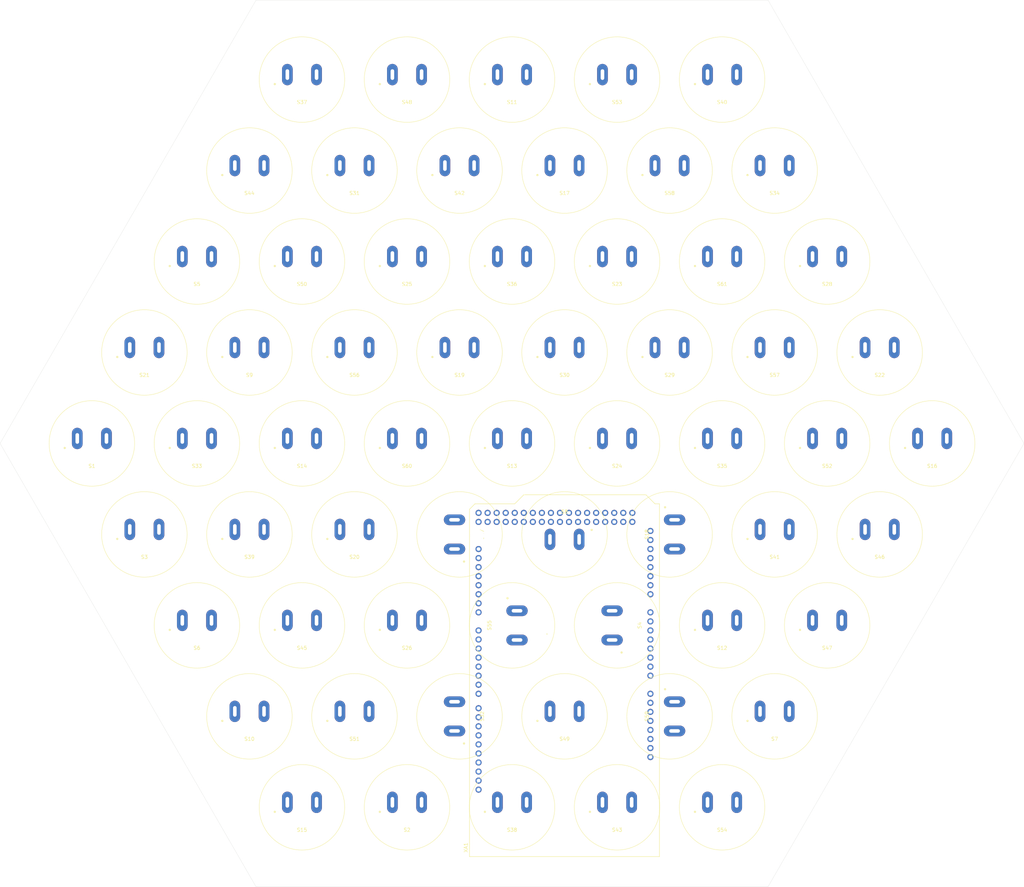
<source format=kicad_pcb>
(kicad_pcb (version 20171130) (host pcbnew "(5.1.5-0-10_14)")

  (general
    (thickness 1.6)
    (drawings 6)
    (tracks 0)
    (zones 0)
    (modules 62)
    (nets 80)
  )

  (page E)
  (layers
    (0 F.Cu signal)
    (31 B.Cu signal)
    (32 B.Adhes user)
    (33 F.Adhes user)
    (34 B.Paste user)
    (35 F.Paste user)
    (36 B.SilkS user)
    (37 F.SilkS user)
    (38 B.Mask user)
    (39 F.Mask user)
    (40 Dwgs.User user)
    (41 Cmts.User user)
    (42 Eco1.User user)
    (43 Eco2.User user)
    (44 Edge.Cuts user)
    (45 Margin user)
    (46 B.CrtYd user)
    (47 F.CrtYd user)
    (48 B.Fab user)
    (49 F.Fab user)
  )

  (setup
    (last_trace_width 0.20066)
    (trace_clearance 0.1778)
    (zone_clearance 0.508)
    (zone_45_only no)
    (trace_min 0.2)
    (via_size 0.8)
    (via_drill 0.4)
    (via_min_size 0.4)
    (via_min_drill 0.3)
    (uvia_size 0.3)
    (uvia_drill 0.1)
    (uvias_allowed no)
    (uvia_min_size 0.2)
    (uvia_min_drill 0.1)
    (edge_width 0.05)
    (segment_width 0.2)
    (pcb_text_width 0.3)
    (pcb_text_size 1.5 1.5)
    (mod_edge_width 0.12)
    (mod_text_size 1 1)
    (mod_text_width 0.15)
    (pad_size 5.5 5.5)
    (pad_drill 2.8)
    (pad_to_mask_clearance 0.051)
    (solder_mask_min_width 0.25)
    (aux_axis_origin 0 0)
    (visible_elements FFFFFF7F)
    (pcbplotparams
      (layerselection 0x010fc_ffffffff)
      (usegerberextensions false)
      (usegerberattributes false)
      (usegerberadvancedattributes false)
      (creategerberjobfile false)
      (excludeedgelayer true)
      (linewidth 0.100000)
      (plotframeref false)
      (viasonmask false)
      (mode 1)
      (useauxorigin false)
      (hpglpennumber 1)
      (hpglpenspeed 20)
      (hpglpendiameter 15.000000)
      (psnegative false)
      (psa4output false)
      (plotreference true)
      (plotvalue true)
      (plotinvisibletext false)
      (padsonsilk false)
      (subtractmaskfromsilk false)
      (outputformat 1)
      (mirror false)
      (drillshape 1)
      (scaleselection 1)
      (outputdirectory ""))
  )

  (net 0 "")
  (net 1 "Net-(XA1-PadVIN)")
  (net 2 "Net-(XA1-Pad5V1)")
  (net 3 "Net-(XA1-Pad3V3)")
  (net 4 "Net-(XA1-PadRST1)")
  (net 5 "Net-(XA1-PadIORF)")
  (net 6 "Net-(XA1-PadAREF)")
  (net 7 "Net-(XA1-PadA8)")
  (net 8 "Net-(XA1-PadA9)")
  (net 9 "Net-(XA1-PadA10)")
  (net 10 "Net-(XA1-PadA11)")
  (net 11 "Net-(XA1-PadA12)")
  (net 12 "Net-(XA1-PadA13)")
  (net 13 "Net-(XA1-PadA14)")
  (net 14 "Net-(XA1-PadA15)")
  (net 15 "Net-(XA1-Pad5V3)")
  (net 16 "Net-(XA1-Pad5V4)")
  (net 17 button-01)
  (net 18 Earth)
  (net 19 button-00)
  (net 20 button-02)
  (net 21 button-03)
  (net 22 button-04)
  (net 23 button-05)
  (net 24 button-06)
  (net 25 button-07)
  (net 26 button-08)
  (net 27 button-09)
  (net 28 button-10)
  (net 29 button-13)
  (net 30 button-12)
  (net 31 button-11)
  (net 32 button-22)
  (net 33 button-23)
  (net 34 button-24)
  (net 35 button-25)
  (net 36 button-26)
  (net 37 button-27)
  (net 38 button-28)
  (net 39 button-29)
  (net 40 button-30)
  (net 41 button-31)
  (net 42 button-32)
  (net 43 button-33)
  (net 44 button-34)
  (net 45 button-35)
  (net 46 button-36)
  (net 47 button-37)
  (net 48 button-38)
  (net 49 button-39)
  (net 50 button-40)
  (net 51 button-41)
  (net 52 button-42)
  (net 53 button-43)
  (net 54 button-44)
  (net 55 button-45)
  (net 56 button-46)
  (net 57 button-47)
  (net 58 button-48)
  (net 59 button-49)
  (net 60 button-50)
  (net 61 button-51)
  (net 62 button-52)
  (net 63 button-53)
  (net 64 button-17)
  (net 65 button-18)
  (net 66 button-14)
  (net 67 button-15)
  (net 68 button-16)
  (net 69 button-19)
  (net 70 button-20)
  (net 71 button-21)
  (net 72 button-54)
  (net 73 button-55)
  (net 74 button-56)
  (net 75 button-57)
  (net 76 button-58)
  (net 77 button-59)
  (net 78 button-60)
  (net 79 button-61)

  (net_class Default "This is the default net class."
    (clearance 0.1778)
    (trace_width 0.20066)
    (via_dia 0.8)
    (via_drill 0.4)
    (uvia_dia 0.3)
    (uvia_drill 0.1)
    (add_net Earth)
    (add_net "Net-(XA1-Pad3V3)")
    (add_net "Net-(XA1-Pad5V1)")
    (add_net "Net-(XA1-Pad5V3)")
    (add_net "Net-(XA1-Pad5V4)")
    (add_net "Net-(XA1-PadA10)")
    (add_net "Net-(XA1-PadA11)")
    (add_net "Net-(XA1-PadA12)")
    (add_net "Net-(XA1-PadA13)")
    (add_net "Net-(XA1-PadA14)")
    (add_net "Net-(XA1-PadA15)")
    (add_net "Net-(XA1-PadA8)")
    (add_net "Net-(XA1-PadA9)")
    (add_net "Net-(XA1-PadAREF)")
    (add_net "Net-(XA1-PadIORF)")
    (add_net "Net-(XA1-PadRST1)")
    (add_net "Net-(XA1-PadVIN)")
    (add_net button-00)
    (add_net button-01)
    (add_net button-02)
    (add_net button-03)
    (add_net button-04)
    (add_net button-05)
    (add_net button-06)
    (add_net button-07)
    (add_net button-08)
    (add_net button-09)
    (add_net button-10)
    (add_net button-11)
    (add_net button-12)
    (add_net button-13)
    (add_net button-14)
    (add_net button-15)
    (add_net button-16)
    (add_net button-17)
    (add_net button-18)
    (add_net button-19)
    (add_net button-20)
    (add_net button-21)
    (add_net button-22)
    (add_net button-23)
    (add_net button-24)
    (add_net button-25)
    (add_net button-26)
    (add_net button-27)
    (add_net button-28)
    (add_net button-29)
    (add_net button-30)
    (add_net button-31)
    (add_net button-32)
    (add_net button-33)
    (add_net button-34)
    (add_net button-35)
    (add_net button-36)
    (add_net button-37)
    (add_net button-38)
    (add_net button-39)
    (add_net button-40)
    (add_net button-41)
    (add_net button-42)
    (add_net button-43)
    (add_net button-44)
    (add_net button-45)
    (add_net button-46)
    (add_net button-47)
    (add_net button-48)
    (add_net button-49)
    (add_net button-50)
    (add_net button-51)
    (add_net button-52)
    (add_net button-53)
    (add_net button-54)
    (add_net button-55)
    (add_net button-56)
    (add_net button-57)
    (add_net button-58)
    (add_net button-59)
    (add_net button-60)
    (add_net button-61)
  )

  (module rainboard_newfighter:Sanwa-OBSF24 (layer F.Cu) (tedit 5E4BF52C) (tstamp 5E4C1597)
    (at -117.987301 0)
    (path /5E9A2DF8)
    (fp_text reference S1 (at 0 6.35) (layer F.SilkS)
      (effects (font (size 1 1) (thickness 0.15)))
    )
    (fp_text value SANWA-OBSF24 (at 0 -7.62) (layer F.Fab)
      (effects (font (size 1 1) (thickness 0.15)))
    )
    (fp_circle (center -7.62 1.27) (end -7.42 1.27) (layer F.SilkS) (width 0.2))
    (fp_circle (center 0 0) (end 12 0) (layer F.SilkS) (width 0.12))
    (fp_circle (center 0 0) (end 12 0) (layer F.Fab) (width 0.12))
    (pad 1 thru_hole oval (at -4.1 -1.4) (size 3 6) (drill oval 1 3) (layers *.Cu *.Mask)
      (net 18 Earth))
    (pad 2 thru_hole oval (at 4.1 -1.4) (size 3 6) (drill oval 1 3) (layers *.Cu *.Mask)
      (net 17 button-01))
  )

  (module rainboard_newfighter:Sanwa-OBSF24 (layer F.Cu) (tedit 5E4BF52C) (tstamp 5E4C159F)
    (at -29.496825 102.18)
    (path /5EA057B2)
    (fp_text reference S2 (at 0 6.35) (layer F.SilkS)
      (effects (font (size 1 1) (thickness 0.15)))
    )
    (fp_text value SANWA-OBSF24 (at 0 -7.62) (layer F.Fab)
      (effects (font (size 1 1) (thickness 0.15)))
    )
    (fp_circle (center -7.62 1.27) (end -7.42 1.27) (layer F.SilkS) (width 0.2))
    (fp_circle (center 0 0) (end 12 0) (layer F.SilkS) (width 0.12))
    (fp_circle (center 0 0) (end 12 0) (layer F.Fab) (width 0.12))
    (pad 1 thru_hole oval (at -4.1 -1.4) (size 3 6) (drill oval 1 3) (layers *.Cu *.Mask)
      (net 18 Earth))
    (pad 2 thru_hole oval (at 4.1 -1.4) (size 3 6) (drill oval 1 3) (layers *.Cu *.Mask)
      (net 20 button-02))
  )

  (module rainboard_newfighter:Sanwa-OBSF24 (layer F.Cu) (tedit 5E4BF52C) (tstamp 5E4C15A7)
    (at -103.238888 25.545)
    (path /5EA1868E)
    (fp_text reference S3 (at 0 6.35) (layer F.SilkS)
      (effects (font (size 1 1) (thickness 0.15)))
    )
    (fp_text value SANWA-OBSF24 (at 0 -7.62) (layer F.Fab)
      (effects (font (size 1 1) (thickness 0.15)))
    )
    (fp_circle (center -7.62 1.27) (end -7.42 1.27) (layer F.SilkS) (width 0.2))
    (fp_circle (center 0 0) (end 12 0) (layer F.SilkS) (width 0.12))
    (fp_circle (center 0 0) (end 12 0) (layer F.Fab) (width 0.12))
    (pad 1 thru_hole oval (at -4.1 -1.4) (size 3 6) (drill oval 1 3) (layers *.Cu *.Mask)
      (net 18 Earth))
    (pad 2 thru_hole oval (at 4.1 -1.4) (size 3 6) (drill oval 1 3) (layers *.Cu *.Mask)
      (net 21 button-03))
  )

  (module rainboard_newfighter:Sanwa-OBSF24 (layer F.Cu) (tedit 5E4BF52C) (tstamp 5E4C15AF)
    (at 29.496825 51.09 90)
    (path /5EA18706)
    (fp_text reference S4 (at 0 6.35 90) (layer F.SilkS)
      (effects (font (size 1 1) (thickness 0.15)))
    )
    (fp_text value SANWA-OBSF24 (at 0 -7.62 90) (layer F.Fab)
      (effects (font (size 1 1) (thickness 0.15)))
    )
    (fp_circle (center -7.62 1.27) (end -7.42 1.27) (layer F.SilkS) (width 0.2))
    (fp_circle (center 0 0) (end 12 0) (layer F.SilkS) (width 0.12))
    (fp_circle (center 0 0) (end 12 0) (layer F.Fab) (width 0.12))
    (pad 1 thru_hole oval (at -4.1 -1.4 90) (size 3 6) (drill oval 1 3) (layers *.Cu *.Mask)
      (net 18 Earth))
    (pad 2 thru_hole oval (at 4.1 -1.4 90) (size 3 6) (drill oval 1 3) (layers *.Cu *.Mask)
      (net 22 button-04))
  )

  (module rainboard_newfighter:Sanwa-OBSF24 (layer F.Cu) (tedit 5E4BF52C) (tstamp 5E4C15B7)
    (at -88.490476 -51.09)
    (path /5EA6CC98)
    (fp_text reference S5 (at 0 6.35) (layer F.SilkS)
      (effects (font (size 1 1) (thickness 0.15)))
    )
    (fp_text value SANWA-OBSF24 (at 0 -7.62) (layer F.Fab)
      (effects (font (size 1 1) (thickness 0.15)))
    )
    (fp_circle (center -7.62 1.27) (end -7.42 1.27) (layer F.SilkS) (width 0.2))
    (fp_circle (center 0 0) (end 12 0) (layer F.SilkS) (width 0.12))
    (fp_circle (center 0 0) (end 12 0) (layer F.Fab) (width 0.12))
    (pad 1 thru_hole oval (at -4.1 -1.4) (size 3 6) (drill oval 1 3) (layers *.Cu *.Mask)
      (net 18 Earth))
    (pad 2 thru_hole oval (at 4.1 -1.4) (size 3 6) (drill oval 1 3) (layers *.Cu *.Mask)
      (net 23 button-05))
  )

  (module rainboard_newfighter:Sanwa-OBSF24 (layer F.Cu) (tedit 5E4BF52C) (tstamp 5E4C15BF)
    (at -88.490476 51.09)
    (path /5EA6CD10)
    (fp_text reference S6 (at 0 6.35) (layer F.SilkS)
      (effects (font (size 1 1) (thickness 0.15)))
    )
    (fp_text value SANWA-OBSF24 (at 0 -7.62) (layer F.Fab)
      (effects (font (size 1 1) (thickness 0.15)))
    )
    (fp_circle (center -7.62 1.27) (end -7.42 1.27) (layer F.SilkS) (width 0.2))
    (fp_circle (center 0 0) (end 12 0) (layer F.SilkS) (width 0.12))
    (fp_circle (center 0 0) (end 12 0) (layer F.Fab) (width 0.12))
    (pad 1 thru_hole oval (at -4.1 -1.4) (size 3 6) (drill oval 1 3) (layers *.Cu *.Mask)
      (net 18 Earth))
    (pad 2 thru_hole oval (at 4.1 -1.4) (size 3 6) (drill oval 1 3) (layers *.Cu *.Mask)
      (net 24 button-06))
  )

  (module rainboard_newfighter:Sanwa-OBSF24 (layer F.Cu) (tedit 5E4BF52C) (tstamp 5E4C15C7)
    (at 73.742063 76.635)
    (path /5EA6CD88)
    (fp_text reference S7 (at 0 6.35) (layer F.SilkS)
      (effects (font (size 1 1) (thickness 0.15)))
    )
    (fp_text value SANWA-OBSF24 (at 0 -7.62) (layer F.Fab)
      (effects (font (size 1 1) (thickness 0.15)))
    )
    (fp_circle (center 0 0) (end 12 0) (layer F.Fab) (width 0.12))
    (fp_circle (center 0 0) (end 12 0) (layer F.SilkS) (width 0.12))
    (fp_circle (center -7.62 1.27) (end -7.42 1.27) (layer F.SilkS) (width 0.2))
    (pad 2 thru_hole oval (at 4.1 -1.4) (size 3 6) (drill oval 1 3) (layers *.Cu *.Mask)
      (net 25 button-07))
    (pad 1 thru_hole oval (at -4.1 -1.4) (size 3 6) (drill oval 1 3) (layers *.Cu *.Mask)
      (net 18 Earth))
  )

  (module rainboard_newfighter:Sanwa-OBSF24 (layer F.Cu) (tedit 5E4BF52C) (tstamp 5E4C15CF)
    (at 14.748413 25.545 180)
    (path /5EA6CE00)
    (fp_text reference S8 (at 0 6.35) (layer F.SilkS)
      (effects (font (size 1 1) (thickness 0.15)))
    )
    (fp_text value SANWA-OBSF24 (at 0 -7.62) (layer F.Fab)
      (effects (font (size 1 1) (thickness 0.15)))
    )
    (fp_circle (center -7.62 1.27) (end -7.42 1.27) (layer F.SilkS) (width 0.2))
    (fp_circle (center 0 0) (end 12 0) (layer F.SilkS) (width 0.12))
    (fp_circle (center 0 0) (end 12 0) (layer F.Fab) (width 0.12))
    (pad 1 thru_hole oval (at -4.1 -1.4 180) (size 3 6) (drill oval 1 3) (layers *.Cu *.Mask)
      (net 18 Earth))
    (pad 2 thru_hole oval (at 4.1 -1.4 180) (size 3 6) (drill oval 1 3) (layers *.Cu *.Mask)
      (net 26 button-08))
  )

  (module rainboard_newfighter:Sanwa-OBSF24 (layer F.Cu) (tedit 5E4BF52C) (tstamp 5E4C15D7)
    (at -73.742063 -25.545)
    (path /5E9BF0D9)
    (fp_text reference S9 (at 0 6.35) (layer F.SilkS)
      (effects (font (size 1 1) (thickness 0.15)))
    )
    (fp_text value SANWA-OBSF24 (at 0 -7.62) (layer F.Fab)
      (effects (font (size 1 1) (thickness 0.15)))
    )
    (fp_circle (center 0 0) (end 12 0) (layer F.Fab) (width 0.12))
    (fp_circle (center 0 0) (end 12 0) (layer F.SilkS) (width 0.12))
    (fp_circle (center -7.62 1.27) (end -7.42 1.27) (layer F.SilkS) (width 0.2))
    (pad 2 thru_hole oval (at 4.1 -1.4) (size 3 6) (drill oval 1 3) (layers *.Cu *.Mask)
      (net 27 button-09))
    (pad 1 thru_hole oval (at -4.1 -1.4) (size 3 6) (drill oval 1 3) (layers *.Cu *.Mask)
      (net 18 Earth))
  )

  (module rainboard_newfighter:Sanwa-OBSF24 (layer F.Cu) (tedit 5E4BF52C) (tstamp 5E4C15DF)
    (at -73.742063 76.635)
    (path /5EA057C1)
    (fp_text reference S10 (at 0 6.35) (layer F.SilkS)
      (effects (font (size 1 1) (thickness 0.15)))
    )
    (fp_text value SANWA-OBSF24 (at 0 -7.62) (layer F.Fab)
      (effects (font (size 1 1) (thickness 0.15)))
    )
    (fp_circle (center 0 0) (end 12 0) (layer F.Fab) (width 0.12))
    (fp_circle (center 0 0) (end 12 0) (layer F.SilkS) (width 0.12))
    (fp_circle (center -7.62 1.27) (end -7.42 1.27) (layer F.SilkS) (width 0.2))
    (pad 2 thru_hole oval (at 4.1 -1.4) (size 3 6) (drill oval 1 3) (layers *.Cu *.Mask)
      (net 28 button-10))
    (pad 1 thru_hole oval (at -4.1 -1.4) (size 3 6) (drill oval 1 3) (layers *.Cu *.Mask)
      (net 18 Earth))
  )

  (module rainboard_newfighter:Sanwa-OBSF24 (layer F.Cu) (tedit 5E4BF52C) (tstamp 5E4C15E7)
    (at 0 -102.18)
    (path /5EA1869D)
    (fp_text reference S11 (at 0 6.35) (layer F.SilkS)
      (effects (font (size 1 1) (thickness 0.15)))
    )
    (fp_text value SANWA-OBSF24 (at 0 -7.62) (layer F.Fab)
      (effects (font (size 1 1) (thickness 0.15)))
    )
    (fp_circle (center 0 0) (end 12 0) (layer F.Fab) (width 0.12))
    (fp_circle (center 0 0) (end 12 0) (layer F.SilkS) (width 0.12))
    (fp_circle (center -7.62 1.27) (end -7.42 1.27) (layer F.SilkS) (width 0.2))
    (pad 2 thru_hole oval (at 4.1 -1.4) (size 3 6) (drill oval 1 3) (layers *.Cu *.Mask)
      (net 31 button-11))
    (pad 1 thru_hole oval (at -4.1 -1.4) (size 3 6) (drill oval 1 3) (layers *.Cu *.Mask)
      (net 18 Earth))
  )

  (module rainboard_newfighter:Sanwa-OBSF24 (layer F.Cu) (tedit 5E4BF52C) (tstamp 5E4C15EF)
    (at 58.993651 51.09)
    (path /5EA18715)
    (fp_text reference S12 (at 0 6.35) (layer F.SilkS)
      (effects (font (size 1 1) (thickness 0.15)))
    )
    (fp_text value SANWA-OBSF24 (at 0 -7.62) (layer F.Fab)
      (effects (font (size 1 1) (thickness 0.15)))
    )
    (fp_circle (center 0 0) (end 12 0) (layer F.Fab) (width 0.12))
    (fp_circle (center 0 0) (end 12 0) (layer F.SilkS) (width 0.12))
    (fp_circle (center -7.62 1.27) (end -7.42 1.27) (layer F.SilkS) (width 0.2))
    (pad 2 thru_hole oval (at 4.1 -1.4) (size 3 6) (drill oval 1 3) (layers *.Cu *.Mask)
      (net 30 button-12))
    (pad 1 thru_hole oval (at -4.1 -1.4) (size 3 6) (drill oval 1 3) (layers *.Cu *.Mask)
      (net 18 Earth))
  )

  (module rainboard_newfighter:Sanwa-OBSF24 (layer F.Cu) (tedit 5E4BF52C) (tstamp 5E4C15F7)
    (at 0 0)
    (path /5EA6CCA7)
    (fp_text reference S13 (at 0 6.35) (layer F.SilkS)
      (effects (font (size 1 1) (thickness 0.15)))
    )
    (fp_text value SANWA-OBSF24 (at 0 -7.62) (layer F.Fab)
      (effects (font (size 1 1) (thickness 0.15)))
    )
    (fp_circle (center 0 0) (end 12 0) (layer F.Fab) (width 0.12))
    (fp_circle (center 0 0) (end 12 0) (layer F.SilkS) (width 0.12))
    (fp_circle (center -7.62 1.27) (end -7.42 1.27) (layer F.SilkS) (width 0.2))
    (pad 2 thru_hole oval (at 4.1 -1.4) (size 3 6) (drill oval 1 3) (layers *.Cu *.Mask)
      (net 29 button-13))
    (pad 1 thru_hole oval (at -4.1 -1.4) (size 3 6) (drill oval 1 3) (layers *.Cu *.Mask)
      (net 18 Earth))
  )

  (module rainboard_newfighter:Sanwa-OBSF24 (layer F.Cu) (tedit 5E4BF52C) (tstamp 5E4C15FF)
    (at -58.993651 0)
    (path /5EA6CD1F)
    (fp_text reference S14 (at 0 6.35) (layer F.SilkS)
      (effects (font (size 1 1) (thickness 0.15)))
    )
    (fp_text value SANWA-OBSF24 (at 0 -7.62) (layer F.Fab)
      (effects (font (size 1 1) (thickness 0.15)))
    )
    (fp_circle (center 0 0) (end 12 0) (layer F.Fab) (width 0.12))
    (fp_circle (center 0 0) (end 12 0) (layer F.SilkS) (width 0.12))
    (fp_circle (center -7.62 1.27) (end -7.42 1.27) (layer F.SilkS) (width 0.2))
    (pad 2 thru_hole oval (at 4.1 -1.4) (size 3 6) (drill oval 1 3) (layers *.Cu *.Mask)
      (net 66 button-14))
    (pad 1 thru_hole oval (at -4.1 -1.4) (size 3 6) (drill oval 1 3) (layers *.Cu *.Mask)
      (net 18 Earth))
  )

  (module rainboard_newfighter:Sanwa-OBSF24 (layer F.Cu) (tedit 5E4BF52C) (tstamp 5E4C1607)
    (at -58.993651 102.18)
    (path /5EA6CD97)
    (fp_text reference S15 (at 0 6.35) (layer F.SilkS)
      (effects (font (size 1 1) (thickness 0.15)))
    )
    (fp_text value SANWA-OBSF24 (at 0 -7.62) (layer F.Fab)
      (effects (font (size 1 1) (thickness 0.15)))
    )
    (fp_circle (center -7.62 1.27) (end -7.42 1.27) (layer F.SilkS) (width 0.2))
    (fp_circle (center 0 0) (end 12 0) (layer F.SilkS) (width 0.12))
    (fp_circle (center 0 0) (end 12 0) (layer F.Fab) (width 0.12))
    (pad 1 thru_hole oval (at -4.1 -1.4) (size 3 6) (drill oval 1 3) (layers *.Cu *.Mask)
      (net 18 Earth))
    (pad 2 thru_hole oval (at 4.1 -1.4) (size 3 6) (drill oval 1 3) (layers *.Cu *.Mask)
      (net 67 button-15))
  )

  (module rainboard_newfighter:Sanwa-OBSF24 (layer F.Cu) (tedit 5E4BF52C) (tstamp 5E4C160F)
    (at 117.987301 0)
    (path /5EA6CE0F)
    (fp_text reference S16 (at 0 6.35) (layer F.SilkS)
      (effects (font (size 1 1) (thickness 0.15)))
    )
    (fp_text value SANWA-OBSF24 (at 0 -7.62) (layer F.Fab)
      (effects (font (size 1 1) (thickness 0.15)))
    )
    (fp_circle (center 0 0) (end 12 0) (layer F.Fab) (width 0.12))
    (fp_circle (center 0 0) (end 12 0) (layer F.SilkS) (width 0.12))
    (fp_circle (center -7.62 1.27) (end -7.42 1.27) (layer F.SilkS) (width 0.2))
    (pad 2 thru_hole oval (at 4.1 -1.4) (size 3 6) (drill oval 1 3) (layers *.Cu *.Mask)
      (net 68 button-16))
    (pad 1 thru_hole oval (at -4.1 -1.4) (size 3 6) (drill oval 1 3) (layers *.Cu *.Mask)
      (net 18 Earth))
  )

  (module rainboard_newfighter:Sanwa-OBSF24 (layer F.Cu) (tedit 5E4BF52C) (tstamp 5E4C1617)
    (at 14.748413 -76.635)
    (path /5E9C3F5E)
    (fp_text reference S17 (at 0 6.35) (layer F.SilkS)
      (effects (font (size 1 1) (thickness 0.15)))
    )
    (fp_text value SANWA-OBSF24 (at 0 -7.62) (layer F.Fab)
      (effects (font (size 1 1) (thickness 0.15)))
    )
    (fp_circle (center -7.62 1.27) (end -7.42 1.27) (layer F.SilkS) (width 0.2))
    (fp_circle (center 0 0) (end 12 0) (layer F.SilkS) (width 0.12))
    (fp_circle (center 0 0) (end 12 0) (layer F.Fab) (width 0.12))
    (pad 1 thru_hole oval (at -4.1 -1.4) (size 3 6) (drill oval 1 3) (layers *.Cu *.Mask)
      (net 18 Earth))
    (pad 2 thru_hole oval (at 4.1 -1.4) (size 3 6) (drill oval 1 3) (layers *.Cu *.Mask)
      (net 64 button-17))
  )

  (module rainboard_newfighter:Sanwa-OBSF24 (layer F.Cu) (tedit 5E4BF52C) (tstamp 5E4C161F)
    (at 44.245238 25.545 270)
    (path /5EA057D0)
    (fp_text reference S18 (at 0 6.35 90) (layer F.SilkS)
      (effects (font (size 1 1) (thickness 0.15)))
    )
    (fp_text value SANWA-OBSF24 (at 0 -7.62 90) (layer F.Fab)
      (effects (font (size 1 1) (thickness 0.15)))
    )
    (fp_circle (center -7.62 1.27) (end -7.42 1.27) (layer F.SilkS) (width 0.2))
    (fp_circle (center 0 0) (end 12 0) (layer F.SilkS) (width 0.12))
    (fp_circle (center 0 0) (end 12 0) (layer F.Fab) (width 0.12))
    (pad 1 thru_hole oval (at -4.1 -1.4 270) (size 3 6) (drill oval 1 3) (layers *.Cu *.Mask)
      (net 18 Earth))
    (pad 2 thru_hole oval (at 4.1 -1.4 270) (size 3 6) (drill oval 1 3) (layers *.Cu *.Mask)
      (net 65 button-18))
  )

  (module rainboard_newfighter:Sanwa-OBSF24 (layer F.Cu) (tedit 5E4BF52C) (tstamp 5E4C1627)
    (at -14.748413 -25.545)
    (path /5EA186AC)
    (fp_text reference S19 (at 0 6.35) (layer F.SilkS)
      (effects (font (size 1 1) (thickness 0.15)))
    )
    (fp_text value SANWA-OBSF24 (at 0 -7.62) (layer F.Fab)
      (effects (font (size 1 1) (thickness 0.15)))
    )
    (fp_circle (center -7.62 1.27) (end -7.42 1.27) (layer F.SilkS) (width 0.2))
    (fp_circle (center 0 0) (end 12 0) (layer F.SilkS) (width 0.12))
    (fp_circle (center 0 0) (end 12 0) (layer F.Fab) (width 0.12))
    (pad 1 thru_hole oval (at -4.1 -1.4) (size 3 6) (drill oval 1 3) (layers *.Cu *.Mask)
      (net 18 Earth))
    (pad 2 thru_hole oval (at 4.1 -1.4) (size 3 6) (drill oval 1 3) (layers *.Cu *.Mask)
      (net 69 button-19))
  )

  (module rainboard_newfighter:Sanwa-OBSF24 (layer F.Cu) (tedit 5E4BF52C) (tstamp 5E4C162F)
    (at -44.245238 25.545)
    (path /5EA18724)
    (fp_text reference S20 (at 0 6.35) (layer F.SilkS)
      (effects (font (size 1 1) (thickness 0.15)))
    )
    (fp_text value SANWA-OBSF24 (at 0 -7.62) (layer F.Fab)
      (effects (font (size 1 1) (thickness 0.15)))
    )
    (fp_circle (center -7.62 1.27) (end -7.42 1.27) (layer F.SilkS) (width 0.2))
    (fp_circle (center 0 0) (end 12 0) (layer F.SilkS) (width 0.12))
    (fp_circle (center 0 0) (end 12 0) (layer F.Fab) (width 0.12))
    (pad 1 thru_hole oval (at -4.1 -1.4) (size 3 6) (drill oval 1 3) (layers *.Cu *.Mask)
      (net 18 Earth))
    (pad 2 thru_hole oval (at 4.1 -1.4) (size 3 6) (drill oval 1 3) (layers *.Cu *.Mask)
      (net 70 button-20))
  )

  (module rainboard_newfighter:Sanwa-OBSF24 (layer F.Cu) (tedit 5E4BF52C) (tstamp 5E4C1637)
    (at -103.238888 -25.545)
    (path /5EA6CCB6)
    (fp_text reference S21 (at 0 6.35) (layer F.SilkS)
      (effects (font (size 1 1) (thickness 0.15)))
    )
    (fp_text value SANWA-OBSF24 (at 0 -7.62) (layer F.Fab)
      (effects (font (size 1 1) (thickness 0.15)))
    )
    (fp_circle (center -7.62 1.27) (end -7.42 1.27) (layer F.SilkS) (width 0.2))
    (fp_circle (center 0 0) (end 12 0) (layer F.SilkS) (width 0.12))
    (fp_circle (center 0 0) (end 12 0) (layer F.Fab) (width 0.12))
    (pad 1 thru_hole oval (at -4.1 -1.4) (size 3 6) (drill oval 1 3) (layers *.Cu *.Mask)
      (net 18 Earth))
    (pad 2 thru_hole oval (at 4.1 -1.4) (size 3 6) (drill oval 1 3) (layers *.Cu *.Mask)
      (net 71 button-21))
  )

  (module rainboard_newfighter:Sanwa-OBSF24 (layer F.Cu) (tedit 5E4BF52C) (tstamp 5E4C163F)
    (at 103.238888 -25.545)
    (path /5EA6CD2E)
    (fp_text reference S22 (at 0 6.35) (layer F.SilkS)
      (effects (font (size 1 1) (thickness 0.15)))
    )
    (fp_text value SANWA-OBSF24 (at 0 -7.62) (layer F.Fab)
      (effects (font (size 1 1) (thickness 0.15)))
    )
    (fp_circle (center -7.62 1.27) (end -7.42 1.27) (layer F.SilkS) (width 0.2))
    (fp_circle (center 0 0) (end 12 0) (layer F.SilkS) (width 0.12))
    (fp_circle (center 0 0) (end 12 0) (layer F.Fab) (width 0.12))
    (pad 1 thru_hole oval (at -4.1 -1.4) (size 3 6) (drill oval 1 3) (layers *.Cu *.Mask)
      (net 18 Earth))
    (pad 2 thru_hole oval (at 4.1 -1.4) (size 3 6) (drill oval 1 3) (layers *.Cu *.Mask)
      (net 32 button-22))
  )

  (module rainboard_newfighter:Sanwa-OBSF24 (layer F.Cu) (tedit 5E4BF52C) (tstamp 5E4C1647)
    (at 29.496825 -51.09)
    (path /5EA6CDA6)
    (fp_text reference S23 (at 0 6.35) (layer F.SilkS)
      (effects (font (size 1 1) (thickness 0.15)))
    )
    (fp_text value SANWA-OBSF24 (at 0 -7.62) (layer F.Fab)
      (effects (font (size 1 1) (thickness 0.15)))
    )
    (fp_circle (center 0 0) (end 12 0) (layer F.Fab) (width 0.12))
    (fp_circle (center 0 0) (end 12 0) (layer F.SilkS) (width 0.12))
    (fp_circle (center -7.62 1.27) (end -7.42 1.27) (layer F.SilkS) (width 0.2))
    (pad 2 thru_hole oval (at 4.1 -1.4) (size 3 6) (drill oval 1 3) (layers *.Cu *.Mask)
      (net 33 button-23))
    (pad 1 thru_hole oval (at -4.1 -1.4) (size 3 6) (drill oval 1 3) (layers *.Cu *.Mask)
      (net 18 Earth))
  )

  (module rainboard_newfighter:Sanwa-OBSF24 (layer F.Cu) (tedit 5E4BF52C) (tstamp 5E4C164F)
    (at 29.496825 0)
    (path /5EA6CE1E)
    (fp_text reference S24 (at 0 6.35) (layer F.SilkS)
      (effects (font (size 1 1) (thickness 0.15)))
    )
    (fp_text value SANWA-OBSF24 (at 0 -7.62) (layer F.Fab)
      (effects (font (size 1 1) (thickness 0.15)))
    )
    (fp_circle (center -7.62 1.27) (end -7.42 1.27) (layer F.SilkS) (width 0.2))
    (fp_circle (center 0 0) (end 12 0) (layer F.SilkS) (width 0.12))
    (fp_circle (center 0 0) (end 12 0) (layer F.Fab) (width 0.12))
    (pad 1 thru_hole oval (at -4.1 -1.4) (size 3 6) (drill oval 1 3) (layers *.Cu *.Mask)
      (net 18 Earth))
    (pad 2 thru_hole oval (at 4.1 -1.4) (size 3 6) (drill oval 1 3) (layers *.Cu *.Mask)
      (net 34 button-24))
  )

  (module rainboard_newfighter:Sanwa-OBSF24 (layer F.Cu) (tedit 5E4BF52C) (tstamp 5E4C1657)
    (at -29.496825 -51.09)
    (path /5E9C3F6D)
    (fp_text reference S25 (at 0 6.35) (layer F.SilkS)
      (effects (font (size 1 1) (thickness 0.15)))
    )
    (fp_text value SANWA-OBSF24 (at 0 -7.62) (layer F.Fab)
      (effects (font (size 1 1) (thickness 0.15)))
    )
    (fp_circle (center 0 0) (end 12 0) (layer F.Fab) (width 0.12))
    (fp_circle (center 0 0) (end 12 0) (layer F.SilkS) (width 0.12))
    (fp_circle (center -7.62 1.27) (end -7.42 1.27) (layer F.SilkS) (width 0.2))
    (pad 2 thru_hole oval (at 4.1 -1.4) (size 3 6) (drill oval 1 3) (layers *.Cu *.Mask)
      (net 35 button-25))
    (pad 1 thru_hole oval (at -4.1 -1.4) (size 3 6) (drill oval 1 3) (layers *.Cu *.Mask)
      (net 18 Earth))
  )

  (module rainboard_newfighter:Sanwa-OBSF24 (layer F.Cu) (tedit 5E4BF52C) (tstamp 5E4C165F)
    (at -29.496825 51.09)
    (path /5EA057DF)
    (fp_text reference S26 (at 0 6.35) (layer F.SilkS)
      (effects (font (size 1 1) (thickness 0.15)))
    )
    (fp_text value SANWA-OBSF24 (at 0 -7.62) (layer F.Fab)
      (effects (font (size 1 1) (thickness 0.15)))
    )
    (fp_circle (center 0 0) (end 12 0) (layer F.Fab) (width 0.12))
    (fp_circle (center 0 0) (end 12 0) (layer F.SilkS) (width 0.12))
    (fp_circle (center -7.62 1.27) (end -7.42 1.27) (layer F.SilkS) (width 0.2))
    (pad 2 thru_hole oval (at 4.1 -1.4) (size 3 6) (drill oval 1 3) (layers *.Cu *.Mask)
      (net 36 button-26))
    (pad 1 thru_hole oval (at -4.1 -1.4) (size 3 6) (drill oval 1 3) (layers *.Cu *.Mask)
      (net 18 Earth))
  )

  (module rainboard_newfighter:Sanwa-OBSF24 (layer F.Cu) (tedit 5E4BF52C) (tstamp 5E4C1667)
    (at -14.748413 25.545 90)
    (path /5EA186BB)
    (fp_text reference S27 (at 0 6.35 90) (layer F.SilkS)
      (effects (font (size 1 1) (thickness 0.15)))
    )
    (fp_text value SANWA-OBSF24 (at 0 -7.62 90) (layer F.Fab)
      (effects (font (size 1 1) (thickness 0.15)))
    )
    (fp_circle (center 0 0) (end 12 0) (layer F.Fab) (width 0.12))
    (fp_circle (center 0 0) (end 12 0) (layer F.SilkS) (width 0.12))
    (fp_circle (center -7.62 1.27) (end -7.42 1.27) (layer F.SilkS) (width 0.2))
    (pad 2 thru_hole oval (at 4.1 -1.4 90) (size 3 6) (drill oval 1 3) (layers *.Cu *.Mask)
      (net 37 button-27))
    (pad 1 thru_hole oval (at -4.1 -1.4 90) (size 3 6) (drill oval 1 3) (layers *.Cu *.Mask)
      (net 18 Earth))
  )

  (module rainboard_newfighter:Sanwa-OBSF24 (layer F.Cu) (tedit 5E4BF52C) (tstamp 5E4C166F)
    (at 88.490476 -51.09)
    (path /5EA18733)
    (fp_text reference S28 (at 0 6.35) (layer F.SilkS)
      (effects (font (size 1 1) (thickness 0.15)))
    )
    (fp_text value SANWA-OBSF24 (at 0 -7.62) (layer F.Fab)
      (effects (font (size 1 1) (thickness 0.15)))
    )
    (fp_circle (center 0 0) (end 12 0) (layer F.Fab) (width 0.12))
    (fp_circle (center 0 0) (end 12 0) (layer F.SilkS) (width 0.12))
    (fp_circle (center -7.62 1.27) (end -7.42 1.27) (layer F.SilkS) (width 0.2))
    (pad 2 thru_hole oval (at 4.1 -1.4) (size 3 6) (drill oval 1 3) (layers *.Cu *.Mask)
      (net 38 button-28))
    (pad 1 thru_hole oval (at -4.1 -1.4) (size 3 6) (drill oval 1 3) (layers *.Cu *.Mask)
      (net 18 Earth))
  )

  (module rainboard_newfighter:Sanwa-OBSF24 (layer F.Cu) (tedit 5E4BF52C) (tstamp 5E4C1677)
    (at 44.245238 -25.545)
    (path /5EA6CCC5)
    (fp_text reference S29 (at 0 6.35) (layer F.SilkS)
      (effects (font (size 1 1) (thickness 0.15)))
    )
    (fp_text value SANWA-OBSF24 (at 0 -7.62) (layer F.Fab)
      (effects (font (size 1 1) (thickness 0.15)))
    )
    (fp_circle (center 0 0) (end 12 0) (layer F.Fab) (width 0.12))
    (fp_circle (center 0 0) (end 12 0) (layer F.SilkS) (width 0.12))
    (fp_circle (center -7.62 1.27) (end -7.42 1.27) (layer F.SilkS) (width 0.2))
    (pad 2 thru_hole oval (at 4.1 -1.4) (size 3 6) (drill oval 1 3) (layers *.Cu *.Mask)
      (net 39 button-29))
    (pad 1 thru_hole oval (at -4.1 -1.4) (size 3 6) (drill oval 1 3) (layers *.Cu *.Mask)
      (net 18 Earth))
  )

  (module rainboard_newfighter:Sanwa-OBSF24 (layer F.Cu) (tedit 5E4BF52C) (tstamp 5E4C167F)
    (at 14.748413 -25.545)
    (path /5EA6CD3D)
    (fp_text reference S30 (at 0 6.35) (layer F.SilkS)
      (effects (font (size 1 1) (thickness 0.15)))
    )
    (fp_text value SANWA-OBSF24 (at 0 -7.62) (layer F.Fab)
      (effects (font (size 1 1) (thickness 0.15)))
    )
    (fp_circle (center 0 0) (end 12 0) (layer F.Fab) (width 0.12))
    (fp_circle (center 0 0) (end 12 0) (layer F.SilkS) (width 0.12))
    (fp_circle (center -7.62 1.27) (end -7.42 1.27) (layer F.SilkS) (width 0.2))
    (pad 2 thru_hole oval (at 4.1 -1.4) (size 3 6) (drill oval 1 3) (layers *.Cu *.Mask)
      (net 40 button-30))
    (pad 1 thru_hole oval (at -4.1 -1.4) (size 3 6) (drill oval 1 3) (layers *.Cu *.Mask)
      (net 18 Earth))
  )

  (module rainboard_newfighter:Sanwa-OBSF24 (layer F.Cu) (tedit 5E4BF52C) (tstamp 5E4C1687)
    (at -44.245238 -76.635)
    (path /5EA6CDB5)
    (fp_text reference S31 (at 0 6.35) (layer F.SilkS)
      (effects (font (size 1 1) (thickness 0.15)))
    )
    (fp_text value SANWA-OBSF24 (at 0 -7.62) (layer F.Fab)
      (effects (font (size 1 1) (thickness 0.15)))
    )
    (fp_circle (center -7.62 1.27) (end -7.42 1.27) (layer F.SilkS) (width 0.2))
    (fp_circle (center 0 0) (end 12 0) (layer F.SilkS) (width 0.12))
    (fp_circle (center 0 0) (end 12 0) (layer F.Fab) (width 0.12))
    (pad 1 thru_hole oval (at -4.1 -1.4) (size 3 6) (drill oval 1 3) (layers *.Cu *.Mask)
      (net 18 Earth))
    (pad 2 thru_hole oval (at 4.1 -1.4) (size 3 6) (drill oval 1 3) (layers *.Cu *.Mask)
      (net 41 button-31))
  )

  (module rainboard_newfighter:Sanwa-OBSF24 (layer F.Cu) (tedit 5E4BF52C) (tstamp 5E4C168F)
    (at -14.748413 76.635 90)
    (path /5EA6CE2D)
    (fp_text reference S32 (at 0 6.35 90) (layer F.SilkS)
      (effects (font (size 1 1) (thickness 0.15)))
    )
    (fp_text value SANWA-OBSF24 (at 0 -7.62 90) (layer F.Fab)
      (effects (font (size 1 1) (thickness 0.15)))
    )
    (fp_circle (center 0 0) (end 12 0) (layer F.Fab) (width 0.12))
    (fp_circle (center 0 0) (end 12 0) (layer F.SilkS) (width 0.12))
    (fp_circle (center -7.62 1.27) (end -7.42 1.27) (layer F.SilkS) (width 0.2))
    (pad 2 thru_hole oval (at 4.1 -1.4 90) (size 3 6) (drill oval 1 3) (layers *.Cu *.Mask)
      (net 42 button-32))
    (pad 1 thru_hole oval (at -4.1 -1.4 90) (size 3 6) (drill oval 1 3) (layers *.Cu *.Mask)
      (net 18 Earth))
  )

  (module rainboard_newfighter:Sanwa-OBSF24 (layer F.Cu) (tedit 5E4BF52C) (tstamp 5E4C1697)
    (at -88.490476 0)
    (path /5E9CC04A)
    (fp_text reference S33 (at 0 6.35) (layer F.SilkS)
      (effects (font (size 1 1) (thickness 0.15)))
    )
    (fp_text value SANWA-OBSF24 (at 0 -7.62) (layer F.Fab)
      (effects (font (size 1 1) (thickness 0.15)))
    )
    (fp_circle (center -7.62 1.27) (end -7.42 1.27) (layer F.SilkS) (width 0.2))
    (fp_circle (center 0 0) (end 12 0) (layer F.SilkS) (width 0.12))
    (fp_circle (center 0 0) (end 12 0) (layer F.Fab) (width 0.12))
    (pad 1 thru_hole oval (at -4.1 -1.4) (size 3 6) (drill oval 1 3) (layers *.Cu *.Mask)
      (net 18 Earth))
    (pad 2 thru_hole oval (at 4.1 -1.4) (size 3 6) (drill oval 1 3) (layers *.Cu *.Mask)
      (net 43 button-33))
  )

  (module rainboard_newfighter:Sanwa-OBSF24 (layer F.Cu) (tedit 5E4BF52C) (tstamp 5E4C169F)
    (at 73.742063 -76.635)
    (path /5EA057EE)
    (fp_text reference S34 (at 0 6.35) (layer F.SilkS)
      (effects (font (size 1 1) (thickness 0.15)))
    )
    (fp_text value SANWA-OBSF24 (at 0 -7.62) (layer F.Fab)
      (effects (font (size 1 1) (thickness 0.15)))
    )
    (fp_circle (center -7.62 1.27) (end -7.42 1.27) (layer F.SilkS) (width 0.2))
    (fp_circle (center 0 0) (end 12 0) (layer F.SilkS) (width 0.12))
    (fp_circle (center 0 0) (end 12 0) (layer F.Fab) (width 0.12))
    (pad 1 thru_hole oval (at -4.1 -1.4) (size 3 6) (drill oval 1 3) (layers *.Cu *.Mask)
      (net 18 Earth))
    (pad 2 thru_hole oval (at 4.1 -1.4) (size 3 6) (drill oval 1 3) (layers *.Cu *.Mask)
      (net 44 button-34))
  )

  (module rainboard_newfighter:Sanwa-OBSF24 (layer F.Cu) (tedit 5E4BF52C) (tstamp 5E4C16A7)
    (at 58.993651 0)
    (path /5EA186CA)
    (fp_text reference S35 (at 0 6.35) (layer F.SilkS)
      (effects (font (size 1 1) (thickness 0.15)))
    )
    (fp_text value SANWA-OBSF24 (at 0 -7.62) (layer F.Fab)
      (effects (font (size 1 1) (thickness 0.15)))
    )
    (fp_circle (center -7.62 1.27) (end -7.42 1.27) (layer F.SilkS) (width 0.2))
    (fp_circle (center 0 0) (end 12 0) (layer F.SilkS) (width 0.12))
    (fp_circle (center 0 0) (end 12 0) (layer F.Fab) (width 0.12))
    (pad 1 thru_hole oval (at -4.1 -1.4) (size 3 6) (drill oval 1 3) (layers *.Cu *.Mask)
      (net 18 Earth))
    (pad 2 thru_hole oval (at 4.1 -1.4) (size 3 6) (drill oval 1 3) (layers *.Cu *.Mask)
      (net 45 button-35))
  )

  (module rainboard_newfighter:Sanwa-OBSF24 (layer F.Cu) (tedit 5E4BF52C) (tstamp 5E4C16AF)
    (at 0 -51.09)
    (path /5EA18742)
    (fp_text reference S36 (at 0 6.35) (layer F.SilkS)
      (effects (font (size 1 1) (thickness 0.15)))
    )
    (fp_text value SANWA-OBSF24 (at 0 -7.62) (layer F.Fab)
      (effects (font (size 1 1) (thickness 0.15)))
    )
    (fp_circle (center -7.62 1.27) (end -7.42 1.27) (layer F.SilkS) (width 0.2))
    (fp_circle (center 0 0) (end 12 0) (layer F.SilkS) (width 0.12))
    (fp_circle (center 0 0) (end 12 0) (layer F.Fab) (width 0.12))
    (pad 1 thru_hole oval (at -4.1 -1.4) (size 3 6) (drill oval 1 3) (layers *.Cu *.Mask)
      (net 18 Earth))
    (pad 2 thru_hole oval (at 4.1 -1.4) (size 3 6) (drill oval 1 3) (layers *.Cu *.Mask)
      (net 46 button-36))
  )

  (module rainboard_newfighter:Sanwa-OBSF24 (layer F.Cu) (tedit 5E4BF52C) (tstamp 5E4C16B7)
    (at -58.993651 -102.18)
    (path /5EA6CCD4)
    (fp_text reference S37 (at 0 6.35) (layer F.SilkS)
      (effects (font (size 1 1) (thickness 0.15)))
    )
    (fp_text value SANWA-OBSF24 (at 0 -7.62) (layer F.Fab)
      (effects (font (size 1 1) (thickness 0.15)))
    )
    (fp_circle (center -7.62 1.27) (end -7.42 1.27) (layer F.SilkS) (width 0.2))
    (fp_circle (center 0 0) (end 12 0) (layer F.SilkS) (width 0.12))
    (fp_circle (center 0 0) (end 12 0) (layer F.Fab) (width 0.12))
    (pad 1 thru_hole oval (at -4.1 -1.4) (size 3 6) (drill oval 1 3) (layers *.Cu *.Mask)
      (net 18 Earth))
    (pad 2 thru_hole oval (at 4.1 -1.4) (size 3 6) (drill oval 1 3) (layers *.Cu *.Mask)
      (net 47 button-37))
  )

  (module rainboard_newfighter:Sanwa-OBSF24 (layer F.Cu) (tedit 5E4BF52C) (tstamp 5E4C16BF)
    (at 0 102.18)
    (path /5EA6CD4C)
    (fp_text reference S38 (at 0 6.35) (layer F.SilkS)
      (effects (font (size 1 1) (thickness 0.15)))
    )
    (fp_text value SANWA-OBSF24 (at 0 -7.62) (layer F.Fab)
      (effects (font (size 1 1) (thickness 0.15)))
    )
    (fp_circle (center -7.62 1.27) (end -7.42 1.27) (layer F.SilkS) (width 0.2))
    (fp_circle (center 0 0) (end 12 0) (layer F.SilkS) (width 0.12))
    (fp_circle (center 0 0) (end 12 0) (layer F.Fab) (width 0.12))
    (pad 1 thru_hole oval (at -4.1 -1.4) (size 3 6) (drill oval 1 3) (layers *.Cu *.Mask)
      (net 18 Earth))
    (pad 2 thru_hole oval (at 4.1 -1.4) (size 3 6) (drill oval 1 3) (layers *.Cu *.Mask)
      (net 48 button-38))
  )

  (module rainboard_newfighter:Sanwa-OBSF24 (layer F.Cu) (tedit 5E4BF52C) (tstamp 5E4C16C7)
    (at -73.742063 25.545)
    (path /5EA6CDC4)
    (fp_text reference S39 (at 0 6.35) (layer F.SilkS)
      (effects (font (size 1 1) (thickness 0.15)))
    )
    (fp_text value SANWA-OBSF24 (at 0 -7.62) (layer F.Fab)
      (effects (font (size 1 1) (thickness 0.15)))
    )
    (fp_circle (center 0 0) (end 12 0) (layer F.Fab) (width 0.12))
    (fp_circle (center 0 0) (end 12 0) (layer F.SilkS) (width 0.12))
    (fp_circle (center -7.62 1.27) (end -7.42 1.27) (layer F.SilkS) (width 0.2))
    (pad 2 thru_hole oval (at 4.1 -1.4) (size 3 6) (drill oval 1 3) (layers *.Cu *.Mask)
      (net 49 button-39))
    (pad 1 thru_hole oval (at -4.1 -1.4) (size 3 6) (drill oval 1 3) (layers *.Cu *.Mask)
      (net 18 Earth))
  )

  (module rainboard_newfighter:Sanwa-OBSF24 (layer F.Cu) (tedit 5E4BF52C) (tstamp 5E4C16CF)
    (at 58.993651 -102.18)
    (path /5EA6CE3C)
    (fp_text reference S40 (at 0 6.35) (layer F.SilkS)
      (effects (font (size 1 1) (thickness 0.15)))
    )
    (fp_text value SANWA-OBSF24 (at 0 -7.62) (layer F.Fab)
      (effects (font (size 1 1) (thickness 0.15)))
    )
    (fp_circle (center -7.62 1.27) (end -7.42 1.27) (layer F.SilkS) (width 0.2))
    (fp_circle (center 0 0) (end 12 0) (layer F.SilkS) (width 0.12))
    (fp_circle (center 0 0) (end 12 0) (layer F.Fab) (width 0.12))
    (pad 1 thru_hole oval (at -4.1 -1.4) (size 3 6) (drill oval 1 3) (layers *.Cu *.Mask)
      (net 18 Earth))
    (pad 2 thru_hole oval (at 4.1 -1.4) (size 3 6) (drill oval 1 3) (layers *.Cu *.Mask)
      (net 50 button-40))
  )

  (module rainboard_newfighter:Sanwa-OBSF24 (layer F.Cu) (tedit 5E4BF52C) (tstamp 5E4C16D7)
    (at 73.742063 25.545)
    (path /5E9CC059)
    (fp_text reference S41 (at 0 6.35) (layer F.SilkS)
      (effects (font (size 1 1) (thickness 0.15)))
    )
    (fp_text value SANWA-OBSF24 (at 0 -7.62) (layer F.Fab)
      (effects (font (size 1 1) (thickness 0.15)))
    )
    (fp_circle (center 0 0) (end 12 0) (layer F.Fab) (width 0.12))
    (fp_circle (center 0 0) (end 12 0) (layer F.SilkS) (width 0.12))
    (fp_circle (center -7.62 1.27) (end -7.42 1.27) (layer F.SilkS) (width 0.2))
    (pad 2 thru_hole oval (at 4.1 -1.4) (size 3 6) (drill oval 1 3) (layers *.Cu *.Mask)
      (net 51 button-41))
    (pad 1 thru_hole oval (at -4.1 -1.4) (size 3 6) (drill oval 1 3) (layers *.Cu *.Mask)
      (net 18 Earth))
  )

  (module rainboard_newfighter:Sanwa-OBSF24 (layer F.Cu) (tedit 5E4BF52C) (tstamp 5E4C16DF)
    (at -14.748413 -76.635)
    (path /5EA057FD)
    (fp_text reference S42 (at 0 6.35) (layer F.SilkS)
      (effects (font (size 1 1) (thickness 0.15)))
    )
    (fp_text value SANWA-OBSF24 (at 0 -7.62) (layer F.Fab)
      (effects (font (size 1 1) (thickness 0.15)))
    )
    (fp_circle (center 0 0) (end 12 0) (layer F.Fab) (width 0.12))
    (fp_circle (center 0 0) (end 12 0) (layer F.SilkS) (width 0.12))
    (fp_circle (center -7.62 1.27) (end -7.42 1.27) (layer F.SilkS) (width 0.2))
    (pad 2 thru_hole oval (at 4.1 -1.4) (size 3 6) (drill oval 1 3) (layers *.Cu *.Mask)
      (net 52 button-42))
    (pad 1 thru_hole oval (at -4.1 -1.4) (size 3 6) (drill oval 1 3) (layers *.Cu *.Mask)
      (net 18 Earth))
  )

  (module rainboard_newfighter:Sanwa-OBSF24 (layer F.Cu) (tedit 5E4BF52C) (tstamp 5E4C16E7)
    (at 29.496825 102.18)
    (path /5EA186D9)
    (fp_text reference S43 (at 0 6.35) (layer F.SilkS)
      (effects (font (size 1 1) (thickness 0.15)))
    )
    (fp_text value SANWA-OBSF24 (at 0 -7.62) (layer F.Fab)
      (effects (font (size 1 1) (thickness 0.15)))
    )
    (fp_circle (center 0 0) (end 12 0) (layer F.Fab) (width 0.12))
    (fp_circle (center 0 0) (end 12 0) (layer F.SilkS) (width 0.12))
    (fp_circle (center -7.62 1.27) (end -7.42 1.27) (layer F.SilkS) (width 0.2))
    (pad 2 thru_hole oval (at 4.1 -1.4) (size 3 6) (drill oval 1 3) (layers *.Cu *.Mask)
      (net 53 button-43))
    (pad 1 thru_hole oval (at -4.1 -1.4) (size 3 6) (drill oval 1 3) (layers *.Cu *.Mask)
      (net 18 Earth))
  )

  (module rainboard_newfighter:Sanwa-OBSF24 (layer F.Cu) (tedit 5E4BF52C) (tstamp 5E4C16EF)
    (at -73.742063 -76.635)
    (path /5EA18751)
    (fp_text reference S44 (at 0 6.35) (layer F.SilkS)
      (effects (font (size 1 1) (thickness 0.15)))
    )
    (fp_text value SANWA-OBSF24 (at 0 -7.62) (layer F.Fab)
      (effects (font (size 1 1) (thickness 0.15)))
    )
    (fp_circle (center 0 0) (end 12 0) (layer F.Fab) (width 0.12))
    (fp_circle (center 0 0) (end 12 0) (layer F.SilkS) (width 0.12))
    (fp_circle (center -7.62 1.27) (end -7.42 1.27) (layer F.SilkS) (width 0.2))
    (pad 2 thru_hole oval (at 4.1 -1.4) (size 3 6) (drill oval 1 3) (layers *.Cu *.Mask)
      (net 54 button-44))
    (pad 1 thru_hole oval (at -4.1 -1.4) (size 3 6) (drill oval 1 3) (layers *.Cu *.Mask)
      (net 18 Earth))
  )

  (module rainboard_newfighter:Sanwa-OBSF24 (layer F.Cu) (tedit 5E4BF52C) (tstamp 5E4C16F7)
    (at -58.993651 51.09)
    (path /5EA6CCE3)
    (fp_text reference S45 (at 0 6.35) (layer F.SilkS)
      (effects (font (size 1 1) (thickness 0.15)))
    )
    (fp_text value SANWA-OBSF24 (at 0 -7.62) (layer F.Fab)
      (effects (font (size 1 1) (thickness 0.15)))
    )
    (fp_circle (center 0 0) (end 12 0) (layer F.Fab) (width 0.12))
    (fp_circle (center 0 0) (end 12 0) (layer F.SilkS) (width 0.12))
    (fp_circle (center -7.62 1.27) (end -7.42 1.27) (layer F.SilkS) (width 0.2))
    (pad 2 thru_hole oval (at 4.1 -1.4) (size 3 6) (drill oval 1 3) (layers *.Cu *.Mask)
      (net 55 button-45))
    (pad 1 thru_hole oval (at -4.1 -1.4) (size 3 6) (drill oval 1 3) (layers *.Cu *.Mask)
      (net 18 Earth))
  )

  (module rainboard_newfighter:Sanwa-OBSF24 (layer F.Cu) (tedit 5E4BF52C) (tstamp 5E4C16FF)
    (at 103.238888 25.545)
    (path /5EA6CD5B)
    (fp_text reference S46 (at 0 6.35) (layer F.SilkS)
      (effects (font (size 1 1) (thickness 0.15)))
    )
    (fp_text value SANWA-OBSF24 (at 0 -7.62) (layer F.Fab)
      (effects (font (size 1 1) (thickness 0.15)))
    )
    (fp_circle (center 0 0) (end 12 0) (layer F.Fab) (width 0.12))
    (fp_circle (center 0 0) (end 12 0) (layer F.SilkS) (width 0.12))
    (fp_circle (center -7.62 1.27) (end -7.42 1.27) (layer F.SilkS) (width 0.2))
    (pad 2 thru_hole oval (at 4.1 -1.4) (size 3 6) (drill oval 1 3) (layers *.Cu *.Mask)
      (net 56 button-46))
    (pad 1 thru_hole oval (at -4.1 -1.4) (size 3 6) (drill oval 1 3) (layers *.Cu *.Mask)
      (net 18 Earth))
  )

  (module rainboard_newfighter:Sanwa-OBSF24 (layer F.Cu) (tedit 5E4BF52C) (tstamp 5E4C1707)
    (at 88.490476 51.09)
    (path /5EA6CDD3)
    (fp_text reference S47 (at 0 6.35) (layer F.SilkS)
      (effects (font (size 1 1) (thickness 0.15)))
    )
    (fp_text value SANWA-OBSF24 (at 0 -7.62) (layer F.Fab)
      (effects (font (size 1 1) (thickness 0.15)))
    )
    (fp_circle (center -7.62 1.27) (end -7.42 1.27) (layer F.SilkS) (width 0.2))
    (fp_circle (center 0 0) (end 12 0) (layer F.SilkS) (width 0.12))
    (fp_circle (center 0 0) (end 12 0) (layer F.Fab) (width 0.12))
    (pad 1 thru_hole oval (at -4.1 -1.4) (size 3 6) (drill oval 1 3) (layers *.Cu *.Mask)
      (net 18 Earth))
    (pad 2 thru_hole oval (at 4.1 -1.4) (size 3 6) (drill oval 1 3) (layers *.Cu *.Mask)
      (net 57 button-47))
  )

  (module rainboard_newfighter:Sanwa-OBSF24 (layer F.Cu) (tedit 5E4BF52C) (tstamp 5E4C170F)
    (at -29.496825 -102.18)
    (path /5EA6CE4B)
    (fp_text reference S48 (at 0 6.35) (layer F.SilkS)
      (effects (font (size 1 1) (thickness 0.15)))
    )
    (fp_text value SANWA-OBSF24 (at 0 -7.62) (layer F.Fab)
      (effects (font (size 1 1) (thickness 0.15)))
    )
    (fp_circle (center 0 0) (end 12 0) (layer F.Fab) (width 0.12))
    (fp_circle (center 0 0) (end 12 0) (layer F.SilkS) (width 0.12))
    (fp_circle (center -7.62 1.27) (end -7.42 1.27) (layer F.SilkS) (width 0.2))
    (pad 2 thru_hole oval (at 4.1 -1.4) (size 3 6) (drill oval 1 3) (layers *.Cu *.Mask)
      (net 58 button-48))
    (pad 1 thru_hole oval (at -4.1 -1.4) (size 3 6) (drill oval 1 3) (layers *.Cu *.Mask)
      (net 18 Earth))
  )

  (module rainboard_newfighter:Sanwa-OBSF24 (layer F.Cu) (tedit 5E4BF52C) (tstamp 5E4C1717)
    (at 14.748413 76.635)
    (path /5E9CC068)
    (fp_text reference S49 (at 0 6.35) (layer F.SilkS)
      (effects (font (size 1 1) (thickness 0.15)))
    )
    (fp_text value SANWA-OBSF24 (at 0 -7.62) (layer F.Fab)
      (effects (font (size 1 1) (thickness 0.15)))
    )
    (fp_circle (center -7.62 1.27) (end -7.42 1.27) (layer F.SilkS) (width 0.2))
    (fp_circle (center 0 0) (end 12 0) (layer F.SilkS) (width 0.12))
    (fp_circle (center 0 0) (end 12 0) (layer F.Fab) (width 0.12))
    (pad 1 thru_hole oval (at -4.1 -1.4) (size 3 6) (drill oval 1 3) (layers *.Cu *.Mask)
      (net 18 Earth))
    (pad 2 thru_hole oval (at 4.1 -1.4) (size 3 6) (drill oval 1 3) (layers *.Cu *.Mask)
      (net 59 button-49))
  )

  (module rainboard_newfighter:Sanwa-OBSF24 (layer F.Cu) (tedit 5E4BF52C) (tstamp 5E4C171F)
    (at -58.993651 -51.09)
    (path /5EA0580C)
    (fp_text reference S50 (at 0 6.35) (layer F.SilkS)
      (effects (font (size 1 1) (thickness 0.15)))
    )
    (fp_text value SANWA-OBSF24 (at 0 -7.62) (layer F.Fab)
      (effects (font (size 1 1) (thickness 0.15)))
    )
    (fp_circle (center -7.62 1.27) (end -7.42 1.27) (layer F.SilkS) (width 0.2))
    (fp_circle (center 0 0) (end 12 0) (layer F.SilkS) (width 0.12))
    (fp_circle (center 0 0) (end 12 0) (layer F.Fab) (width 0.12))
    (pad 1 thru_hole oval (at -4.1 -1.4) (size 3 6) (drill oval 1 3) (layers *.Cu *.Mask)
      (net 18 Earth))
    (pad 2 thru_hole oval (at 4.1 -1.4) (size 3 6) (drill oval 1 3) (layers *.Cu *.Mask)
      (net 60 button-50))
  )

  (module rainboard_newfighter:Sanwa-OBSF24 (layer F.Cu) (tedit 5E4BF52C) (tstamp 5E4C1727)
    (at -44.245238 76.635)
    (path /5EA186E8)
    (fp_text reference S51 (at 0 6.35) (layer F.SilkS)
      (effects (font (size 1 1) (thickness 0.15)))
    )
    (fp_text value SANWA-OBSF24 (at 0 -7.62) (layer F.Fab)
      (effects (font (size 1 1) (thickness 0.15)))
    )
    (fp_circle (center -7.62 1.27) (end -7.42 1.27) (layer F.SilkS) (width 0.2))
    (fp_circle (center 0 0) (end 12 0) (layer F.SilkS) (width 0.12))
    (fp_circle (center 0 0) (end 12 0) (layer F.Fab) (width 0.12))
    (pad 1 thru_hole oval (at -4.1 -1.4) (size 3 6) (drill oval 1 3) (layers *.Cu *.Mask)
      (net 18 Earth))
    (pad 2 thru_hole oval (at 4.1 -1.4) (size 3 6) (drill oval 1 3) (layers *.Cu *.Mask)
      (net 61 button-51))
  )

  (module rainboard_newfighter:Sanwa-OBSF24 (layer F.Cu) (tedit 5E4BF52C) (tstamp 5E4C172F)
    (at 88.490476 0)
    (path /5EA18760)
    (fp_text reference S52 (at 0 6.35) (layer F.SilkS)
      (effects (font (size 1 1) (thickness 0.15)))
    )
    (fp_text value SANWA-OBSF24 (at 0 -7.62) (layer F.Fab)
      (effects (font (size 1 1) (thickness 0.15)))
    )
    (fp_circle (center 0 0) (end 12 0) (layer F.Fab) (width 0.12))
    (fp_circle (center 0 0) (end 12 0) (layer F.SilkS) (width 0.12))
    (fp_circle (center -7.62 1.27) (end -7.42 1.27) (layer F.SilkS) (width 0.2))
    (pad 2 thru_hole oval (at 4.1 -1.4) (size 3 6) (drill oval 1 3) (layers *.Cu *.Mask)
      (net 62 button-52))
    (pad 1 thru_hole oval (at -4.1 -1.4) (size 3 6) (drill oval 1 3) (layers *.Cu *.Mask)
      (net 18 Earth))
  )

  (module rainboard_newfighter:Sanwa-OBSF24 (layer F.Cu) (tedit 5E4BF52C) (tstamp 5E4C1737)
    (at 29.496825 -102.18)
    (path /5EA6CCF2)
    (fp_text reference S53 (at 0 6.35) (layer F.SilkS)
      (effects (font (size 1 1) (thickness 0.15)))
    )
    (fp_text value SANWA-OBSF24 (at 0 -7.62) (layer F.Fab)
      (effects (font (size 1 1) (thickness 0.15)))
    )
    (fp_circle (center -7.62 1.27) (end -7.42 1.27) (layer F.SilkS) (width 0.2))
    (fp_circle (center 0 0) (end 12 0) (layer F.SilkS) (width 0.12))
    (fp_circle (center 0 0) (end 12 0) (layer F.Fab) (width 0.12))
    (pad 1 thru_hole oval (at -4.1 -1.4) (size 3 6) (drill oval 1 3) (layers *.Cu *.Mask)
      (net 18 Earth))
    (pad 2 thru_hole oval (at 4.1 -1.4) (size 3 6) (drill oval 1 3) (layers *.Cu *.Mask)
      (net 63 button-53))
  )

  (module rainboard_newfighter:Sanwa-OBSF24 (layer F.Cu) (tedit 5E4BF52C) (tstamp 5E4C173F)
    (at 58.993651 102.18)
    (path /5EA6CD6A)
    (fp_text reference S54 (at 0 6.35) (layer F.SilkS)
      (effects (font (size 1 1) (thickness 0.15)))
    )
    (fp_text value SANWA-OBSF24 (at 0 -7.62) (layer F.Fab)
      (effects (font (size 1 1) (thickness 0.15)))
    )
    (fp_circle (center -7.62 1.27) (end -7.42 1.27) (layer F.SilkS) (width 0.2))
    (fp_circle (center 0 0) (end 12 0) (layer F.SilkS) (width 0.12))
    (fp_circle (center 0 0) (end 12 0) (layer F.Fab) (width 0.12))
    (pad 1 thru_hole oval (at -4.1 -1.4) (size 3 6) (drill oval 1 3) (layers *.Cu *.Mask)
      (net 18 Earth))
    (pad 2 thru_hole oval (at 4.1 -1.4) (size 3 6) (drill oval 1 3) (layers *.Cu *.Mask)
      (net 72 button-54))
  )

  (module rainboard_newfighter:Sanwa-OBSF24 (layer F.Cu) (tedit 5E4BF52C) (tstamp 5E4C1747)
    (at 0 51.09 270)
    (path /5EA6CDE2)
    (fp_text reference S55 (at 0 6.35 90) (layer F.SilkS)
      (effects (font (size 1 1) (thickness 0.15)))
    )
    (fp_text value SANWA-OBSF24 (at 0 -7.62 90) (layer F.Fab)
      (effects (font (size 1 1) (thickness 0.15)))
    )
    (fp_circle (center 0 0) (end 12 0) (layer F.Fab) (width 0.12))
    (fp_circle (center 0 0) (end 12 0) (layer F.SilkS) (width 0.12))
    (fp_circle (center -7.62 1.27) (end -7.42 1.27) (layer F.SilkS) (width 0.2))
    (pad 2 thru_hole oval (at 4.1 -1.4 270) (size 3 6) (drill oval 1 3) (layers *.Cu *.Mask)
      (net 73 button-55))
    (pad 1 thru_hole oval (at -4.1 -1.4 270) (size 3 6) (drill oval 1 3) (layers *.Cu *.Mask)
      (net 18 Earth))
  )

  (module rainboard_newfighter:Sanwa-OBSF24 (layer F.Cu) (tedit 5E4BF52C) (tstamp 5E4C174F)
    (at -44.245238 -25.545)
    (path /5EA6CE5A)
    (fp_text reference S56 (at 0 6.35) (layer F.SilkS)
      (effects (font (size 1 1) (thickness 0.15)))
    )
    (fp_text value SANWA-OBSF24 (at 0 -7.62) (layer F.Fab)
      (effects (font (size 1 1) (thickness 0.15)))
    )
    (fp_circle (center -7.62 1.27) (end -7.42 1.27) (layer F.SilkS) (width 0.2))
    (fp_circle (center 0 0) (end 12 0) (layer F.SilkS) (width 0.12))
    (fp_circle (center 0 0) (end 12 0) (layer F.Fab) (width 0.12))
    (pad 1 thru_hole oval (at -4.1 -1.4) (size 3 6) (drill oval 1 3) (layers *.Cu *.Mask)
      (net 18 Earth))
    (pad 2 thru_hole oval (at 4.1 -1.4) (size 3 6) (drill oval 1 3) (layers *.Cu *.Mask)
      (net 74 button-56))
  )

  (module rainboard_newfighter:Sanwa-OBSF24 (layer F.Cu) (tedit 5E4BF52C) (tstamp 5E4C1757)
    (at 73.742063 -25.545)
    (path /5E9CC077)
    (fp_text reference S57 (at 0 6.35) (layer F.SilkS)
      (effects (font (size 1 1) (thickness 0.15)))
    )
    (fp_text value SANWA-OBSF24 (at 0 -7.62) (layer F.Fab)
      (effects (font (size 1 1) (thickness 0.15)))
    )
    (fp_circle (center 0 0) (end 12 0) (layer F.Fab) (width 0.12))
    (fp_circle (center 0 0) (end 12 0) (layer F.SilkS) (width 0.12))
    (fp_circle (center -7.62 1.27) (end -7.42 1.27) (layer F.SilkS) (width 0.2))
    (pad 2 thru_hole oval (at 4.1 -1.4) (size 3 6) (drill oval 1 3) (layers *.Cu *.Mask)
      (net 75 button-57))
    (pad 1 thru_hole oval (at -4.1 -1.4) (size 3 6) (drill oval 1 3) (layers *.Cu *.Mask)
      (net 18 Earth))
  )

  (module rainboard_newfighter:Sanwa-OBSF24 (layer F.Cu) (tedit 5E4BF52C) (tstamp 5E4C175F)
    (at 44.245238 -76.635)
    (path /5EA0581B)
    (fp_text reference S58 (at 0 6.35) (layer F.SilkS)
      (effects (font (size 1 1) (thickness 0.15)))
    )
    (fp_text value SANWA-OBSF24 (at 0 -7.62) (layer F.Fab)
      (effects (font (size 1 1) (thickness 0.15)))
    )
    (fp_circle (center 0 0) (end 12 0) (layer F.Fab) (width 0.12))
    (fp_circle (center 0 0) (end 12 0) (layer F.SilkS) (width 0.12))
    (fp_circle (center -7.62 1.27) (end -7.42 1.27) (layer F.SilkS) (width 0.2))
    (pad 2 thru_hole oval (at 4.1 -1.4) (size 3 6) (drill oval 1 3) (layers *.Cu *.Mask)
      (net 76 button-58))
    (pad 1 thru_hole oval (at -4.1 -1.4) (size 3 6) (drill oval 1 3) (layers *.Cu *.Mask)
      (net 18 Earth))
  )

  (module rainboard_newfighter:Sanwa-OBSF24 (layer F.Cu) (tedit 5E4BF52C) (tstamp 5E4C1767)
    (at 44.245238 76.635 270)
    (path /5EA186F7)
    (fp_text reference S59 (at 0 6.35 90) (layer F.SilkS)
      (effects (font (size 1 1) (thickness 0.15)))
    )
    (fp_text value SANWA-OBSF24 (at 0 -7.62 90) (layer F.Fab)
      (effects (font (size 1 1) (thickness 0.15)))
    )
    (fp_circle (center 0 0) (end 12 0) (layer F.Fab) (width 0.12))
    (fp_circle (center 0 0) (end 12 0) (layer F.SilkS) (width 0.12))
    (fp_circle (center -7.62 1.27) (end -7.42 1.27) (layer F.SilkS) (width 0.2))
    (pad 2 thru_hole oval (at 4.1 -1.4 270) (size 3 6) (drill oval 1 3) (layers *.Cu *.Mask)
      (net 77 button-59))
    (pad 1 thru_hole oval (at -4.1 -1.4 270) (size 3 6) (drill oval 1 3) (layers *.Cu *.Mask)
      (net 18 Earth))
  )

  (module rainboard_newfighter:Sanwa-OBSF24 (layer F.Cu) (tedit 5E4BF52C) (tstamp 5E4C176F)
    (at -29.496825 0)
    (path /5EA1876F)
    (fp_text reference S60 (at 0 6.35) (layer F.SilkS)
      (effects (font (size 1 1) (thickness 0.15)))
    )
    (fp_text value SANWA-OBSF24 (at 0 -7.62) (layer F.Fab)
      (effects (font (size 1 1) (thickness 0.15)))
    )
    (fp_circle (center 0 0) (end 12 0) (layer F.Fab) (width 0.12))
    (fp_circle (center 0 0) (end 12 0) (layer F.SilkS) (width 0.12))
    (fp_circle (center -7.62 1.27) (end -7.42 1.27) (layer F.SilkS) (width 0.2))
    (pad 2 thru_hole oval (at 4.1 -1.4) (size 3 6) (drill oval 1 3) (layers *.Cu *.Mask)
      (net 78 button-60))
    (pad 1 thru_hole oval (at -4.1 -1.4) (size 3 6) (drill oval 1 3) (layers *.Cu *.Mask)
      (net 18 Earth))
  )

  (module rainboard_newfighter:Sanwa-OBSF24 (layer F.Cu) (tedit 5E4BF52C) (tstamp 5E4C1777)
    (at 58.993651 -51.09)
    (path /5EA6CD01)
    (fp_text reference S61 (at 0 6.35) (layer F.SilkS)
      (effects (font (size 1 1) (thickness 0.15)))
    )
    (fp_text value SANWA-OBSF24 (at 0 -7.62) (layer F.Fab)
      (effects (font (size 1 1) (thickness 0.15)))
    )
    (fp_circle (center 0 0) (end 12 0) (layer F.Fab) (width 0.12))
    (fp_circle (center 0 0) (end 12 0) (layer F.SilkS) (width 0.12))
    (fp_circle (center -7.62 1.27) (end -7.42 1.27) (layer F.SilkS) (width 0.2))
    (pad 2 thru_hole oval (at 4.1 -1.4) (size 3 6) (drill oval 1 3) (layers *.Cu *.Mask)
      (net 79 button-61))
    (pad 1 thru_hole oval (at -4.1 -1.4) (size 3 6) (drill oval 1 3) (layers *.Cu *.Mask)
      (net 18 Earth))
  )

  (module arduno_mega:Arduino_Mega2560_Shield (layer F.Cu) (tedit 5E4BF61E) (tstamp 5E4C1A6D)
    (at 41.402 116.0145 90)
    (descr https://store.arduino.cc/arduino-mega-2560-rev3)
    (path /5E46AC95)
    (fp_text reference XA1 (at 2.54 -54.356 90) (layer F.SilkS)
      (effects (font (size 1 1) (thickness 0.15)))
    )
    (fp_text value Arduino_Mega2560_Shield (at 15.494 -54.356 90) (layer F.Fab)
      (effects (font (size 1 1) (thickness 0.15)))
    )
    (fp_line (start 9.525 -32.385) (end -6.35 -32.385) (layer B.CrtYd) (width 0.15))
    (fp_line (start 9.525 -43.815) (end -6.35 -43.815) (layer B.CrtYd) (width 0.15))
    (fp_line (start 9.525 -43.815) (end 9.525 -32.385) (layer B.CrtYd) (width 0.15))
    (fp_line (start -6.35 -43.815) (end -6.35 -32.385) (layer B.CrtYd) (width 0.15))
    (fp_text user . (at 62.484 -32.004 90) (layer F.SilkS)
      (effects (font (size 1 1) (thickness 0.15)))
    )
    (fp_line (start 11.43 -12.065) (end 11.43 -3.175) (layer B.CrtYd) (width 0.15))
    (fp_line (start -1.905 -3.175) (end 11.43 -3.175) (layer B.CrtYd) (width 0.15))
    (fp_line (start -1.905 -12.065) (end -1.905 -3.175) (layer B.CrtYd) (width 0.15))
    (fp_line (start -1.905 -12.065) (end 11.43 -12.065) (layer B.CrtYd) (width 0.15))
    (fp_line (start 0 -53.34) (end 0 0) (layer F.SilkS) (width 0.15))
    (fp_line (start 99.06 -40.64) (end 99.06 -51.816) (layer F.SilkS) (width 0.15))
    (fp_line (start 101.6 -38.1) (end 99.06 -40.64) (layer F.SilkS) (width 0.15))
    (fp_line (start 101.6 -3.81) (end 101.6 -38.1) (layer F.SilkS) (width 0.15))
    (fp_line (start 99.06 -1.27) (end 101.6 -3.81) (layer F.SilkS) (width 0.15))
    (fp_line (start 99.06 0) (end 99.06 -1.27) (layer F.SilkS) (width 0.15))
    (fp_line (start 97.536 -53.34) (end 99.06 -51.816) (layer F.SilkS) (width 0.15))
    (fp_line (start 0 0) (end 99.06 0) (layer F.SilkS) (width 0.15))
    (fp_line (start 0 -53.34) (end 97.536 -53.34) (layer F.SilkS) (width 0.15))
    (pad A0 thru_hole oval (at 50.8 -2.54 90) (size 1.7272 1.7272) (drill 1.016) (layers *.Cu *.Mask)
      (net 72 button-54))
    (pad VIN thru_hole oval (at 45.72 -2.54 90) (size 1.7272 1.7272) (drill 1.016) (layers *.Cu *.Mask)
      (net 1 "Net-(XA1-PadVIN)"))
    (pad GND3 thru_hole oval (at 43.18 -2.54 90) (size 1.7272 1.7272) (drill 1.016) (layers *.Cu *.Mask)
      (net 18 Earth))
    (pad GND2 thru_hole oval (at 40.64 -2.54 90) (size 1.7272 1.7272) (drill 1.016) (layers *.Cu *.Mask)
      (net 18 Earth))
    (pad 5V1 thru_hole oval (at 38.1 -2.54 90) (size 1.7272 1.7272) (drill 1.016) (layers *.Cu *.Mask)
      (net 2 "Net-(XA1-Pad5V1)"))
    (pad 3V3 thru_hole oval (at 35.56 -2.54 90) (size 1.7272 1.7272) (drill 1.016) (layers *.Cu *.Mask)
      (net 3 "Net-(XA1-Pad3V3)"))
    (pad RST1 thru_hole oval (at 33.02 -2.54 90) (size 1.7272 1.7272) (drill 1.016) (layers *.Cu *.Mask)
      (net 4 "Net-(XA1-PadRST1)"))
    (pad IORF thru_hole oval (at 30.48 -2.54 90) (size 1.7272 1.7272) (drill 1.016) (layers *.Cu *.Mask)
      (net 5 "Net-(XA1-PadIORF)"))
    (pad D21 thru_hole oval (at 86.36 -50.8 90) (size 1.7272 1.7272) (drill 1.016) (layers *.Cu *.Mask)
      (net 71 button-21))
    (pad D20 thru_hole oval (at 83.82 -50.8 90) (size 1.7272 1.7272) (drill 1.016) (layers *.Cu *.Mask)
      (net 70 button-20))
    (pad D19 thru_hole oval (at 81.28 -50.8 90) (size 1.7272 1.7272) (drill 1.016) (layers *.Cu *.Mask)
      (net 69 button-19))
    (pad D18 thru_hole oval (at 78.74 -50.8 90) (size 1.7272 1.7272) (drill 1.016) (layers *.Cu *.Mask)
      (net 65 button-18))
    (pad D17 thru_hole oval (at 76.2 -50.8 90) (size 1.7272 1.7272) (drill 1.016) (layers *.Cu *.Mask)
      (net 64 button-17))
    (pad D16 thru_hole oval (at 73.66 -50.8 90) (size 1.7272 1.7272) (drill 1.016) (layers *.Cu *.Mask)
      (net 68 button-16))
    (pad D15 thru_hole oval (at 71.12 -50.8 90) (size 1.7272 1.7272) (drill 1.016) (layers *.Cu *.Mask)
      (net 67 button-15))
    (pad D14 thru_hole oval (at 68.58 -50.8 90) (size 1.7272 1.7272) (drill 1.016) (layers *.Cu *.Mask)
      (net 66 button-14))
    (pad D0 thru_hole oval (at 63.5 -50.8 90) (size 1.7272 1.7272) (drill 1.016) (layers *.Cu *.Mask)
      (net 19 button-00))
    (pad D1 thru_hole oval (at 60.96 -50.8 90) (size 1.7272 1.7272) (drill 1.016) (layers *.Cu *.Mask)
      (net 17 button-01))
    (pad D2 thru_hole oval (at 58.42 -50.8 90) (size 1.7272 1.7272) (drill 1.016) (layers *.Cu *.Mask)
      (net 20 button-02))
    (pad D3 thru_hole oval (at 55.88 -50.8 90) (size 1.7272 1.7272) (drill 1.016) (layers *.Cu *.Mask)
      (net 21 button-03))
    (pad D4 thru_hole oval (at 53.34 -50.8 90) (size 1.7272 1.7272) (drill 1.016) (layers *.Cu *.Mask)
      (net 22 button-04))
    (pad D5 thru_hole oval (at 50.8 -50.8 90) (size 1.7272 1.7272) (drill 1.016) (layers *.Cu *.Mask)
      (net 23 button-05))
    (pad D6 thru_hole oval (at 48.26 -50.8 90) (size 1.7272 1.7272) (drill 1.016) (layers *.Cu *.Mask)
      (net 24 button-06))
    (pad D7 thru_hole oval (at 45.72 -50.8 90) (size 1.7272 1.7272) (drill 1.016) (layers *.Cu *.Mask)
      (net 25 button-07))
    (pad GND1 thru_hole oval (at 26.416 -50.8 90) (size 1.7272 1.7272) (drill 1.016) (layers *.Cu *.Mask)
      (net 18 Earth))
    (pad D8 thru_hole oval (at 41.656 -50.8 90) (size 1.7272 1.7272) (drill 1.016) (layers *.Cu *.Mask)
      (net 26 button-08))
    (pad D9 thru_hole oval (at 39.116 -50.8 90) (size 1.7272 1.7272) (drill 1.016) (layers *.Cu *.Mask)
      (net 27 button-09))
    (pad D10 thru_hole oval (at 36.576 -50.8 90) (size 1.7272 1.7272) (drill 1.016) (layers *.Cu *.Mask)
      (net 28 button-10))
    (pad "" np_thru_hole circle (at 66.04 -7.62 90) (size 3.2 3.2) (drill 3.2) (layers *.Cu *.Mask))
    (pad "" np_thru_hole circle (at 66.04 -35.56 90) (size 3.2 3.2) (drill 3.2) (layers *.Cu *.Mask))
    (pad "" np_thru_hole circle (at 90.17 -50.8 90) (size 3.2 3.2) (drill 3.2) (layers *.Cu *.Mask))
    (pad "" np_thru_hole circle (at 15.24 -50.8 90) (size 3.2 3.2) (drill 3.2) (layers *.Cu *.Mask))
    (pad "" np_thru_hole circle (at 96.52 -2.54 90) (size 3.2 3.2) (drill 3.2) (layers *.Cu *.Mask))
    (pad "" np_thru_hole circle (at 13.97 -2.54 90) (size 3.2 3.2) (drill 3.2) (layers *.Cu *.Mask))
    (pad SCL thru_hole oval (at 18.796 -50.8 90) (size 1.7272 1.7272) (drill 1.016) (layers *.Cu *.Mask)
      (net 17 button-01))
    (pad SDA thru_hole oval (at 21.336 -50.8 90) (size 1.7272 1.7272) (drill 1.016) (layers *.Cu *.Mask)
      (net 17 button-01))
    (pad AREF thru_hole oval (at 23.876 -50.8 90) (size 1.7272 1.7272) (drill 1.016) (layers *.Cu *.Mask)
      (net 6 "Net-(XA1-PadAREF)"))
    (pad D13 thru_hole oval (at 28.956 -50.8 90) (size 1.7272 1.7272) (drill 1.016) (layers *.Cu *.Mask)
      (net 29 button-13))
    (pad D12 thru_hole oval (at 31.496 -50.8 90) (size 1.7272 1.7272) (drill 1.016) (layers *.Cu *.Mask)
      (net 30 button-12))
    (pad D11 thru_hole oval (at 34.036 -50.8 90) (size 1.7272 1.7272) (drill 1.016) (layers *.Cu *.Mask)
      (net 31 button-11))
    (pad "" thru_hole oval (at 27.94 -2.54 90) (size 1.7272 1.7272) (drill 1.016) (layers *.Cu *.Mask))
    (pad A1 thru_hole oval (at 53.34 -2.54 90) (size 1.7272 1.7272) (drill 1.016) (layers *.Cu *.Mask)
      (net 73 button-55))
    (pad A2 thru_hole oval (at 55.88 -2.54 90) (size 1.7272 1.7272) (drill 1.016) (layers *.Cu *.Mask)
      (net 74 button-56))
    (pad A3 thru_hole oval (at 58.42 -2.54 90) (size 1.7272 1.7272) (drill 1.016) (layers *.Cu *.Mask)
      (net 75 button-57))
    (pad A4 thru_hole oval (at 60.96 -2.54 90) (size 1.7272 1.7272) (drill 1.016) (layers *.Cu *.Mask)
      (net 76 button-58))
    (pad A5 thru_hole oval (at 63.5 -2.54 90) (size 1.7272 1.7272) (drill 1.016) (layers *.Cu *.Mask)
      (net 77 button-59))
    (pad A6 thru_hole oval (at 66.04 -2.54 90) (size 1.7272 1.7272) (drill 1.016) (layers *.Cu *.Mask)
      (net 78 button-60))
    (pad A7 thru_hole oval (at 68.58 -2.54 90) (size 1.7272 1.7272) (drill 1.016) (layers *.Cu *.Mask)
      (net 79 button-61))
    (pad A8 thru_hole oval (at 73.66 -2.54 90) (size 1.7272 1.7272) (drill 1.016) (layers *.Cu *.Mask)
      (net 7 "Net-(XA1-PadA8)"))
    (pad A9 thru_hole oval (at 76.2 -2.54 90) (size 1.7272 1.7272) (drill 1.016) (layers *.Cu *.Mask)
      (net 8 "Net-(XA1-PadA9)"))
    (pad A10 thru_hole oval (at 78.74 -2.54 90) (size 1.7272 1.7272) (drill 1.016) (layers *.Cu *.Mask)
      (net 9 "Net-(XA1-PadA10)"))
    (pad A11 thru_hole oval (at 81.28 -2.54 90) (size 1.7272 1.7272) (drill 1.016) (layers *.Cu *.Mask)
      (net 10 "Net-(XA1-PadA11)"))
    (pad A12 thru_hole oval (at 83.82 -2.54 90) (size 1.7272 1.7272) (drill 1.016) (layers *.Cu *.Mask)
      (net 11 "Net-(XA1-PadA12)"))
    (pad A13 thru_hole oval (at 86.36 -2.54 90) (size 1.7272 1.7272) (drill 1.016) (layers *.Cu *.Mask)
      (net 12 "Net-(XA1-PadA13)"))
    (pad A14 thru_hole oval (at 88.9 -2.54 90) (size 1.7272 1.7272) (drill 1.016) (layers *.Cu *.Mask)
      (net 13 "Net-(XA1-PadA14)"))
    (pad A15 thru_hole oval (at 91.44 -2.54 90) (size 1.7272 1.7272) (drill 1.016) (layers *.Cu *.Mask)
      (net 14 "Net-(XA1-PadA15)"))
    (pad 5V3 thru_hole oval (at 93.98 -50.8 90) (size 1.7272 1.7272) (drill 1.016) (layers *.Cu *.Mask)
      (net 15 "Net-(XA1-Pad5V3)"))
    (pad 5V4 thru_hole oval (at 96.52 -50.8 90) (size 1.7272 1.7272) (drill 1.016) (layers *.Cu *.Mask)
      (net 16 "Net-(XA1-Pad5V4)"))
    (pad D22 thru_hole oval (at 93.98 -48.26 90) (size 1.7272 1.7272) (drill 1.016) (layers *.Cu *.Mask)
      (net 32 button-22))
    (pad D23 thru_hole oval (at 96.52 -48.26 90) (size 1.7272 1.7272) (drill 1.016) (layers *.Cu *.Mask)
      (net 33 button-23))
    (pad D24 thru_hole oval (at 93.98 -45.72 90) (size 1.7272 1.7272) (drill 1.016) (layers *.Cu *.Mask)
      (net 34 button-24))
    (pad D25 thru_hole oval (at 96.52 -45.72 90) (size 1.7272 1.7272) (drill 1.016) (layers *.Cu *.Mask)
      (net 35 button-25))
    (pad D26 thru_hole oval (at 93.98 -43.18 90) (size 1.7272 1.7272) (drill 1.016) (layers *.Cu *.Mask)
      (net 36 button-26))
    (pad D27 thru_hole oval (at 96.52 -43.18 90) (size 1.7272 1.7272) (drill 1.016) (layers *.Cu *.Mask)
      (net 37 button-27))
    (pad D28 thru_hole oval (at 93.98 -40.64 90) (size 1.7272 1.7272) (drill 1.016) (layers *.Cu *.Mask)
      (net 38 button-28))
    (pad D29 thru_hole oval (at 96.52 -40.64 90) (size 1.7272 1.7272) (drill 1.016) (layers *.Cu *.Mask)
      (net 39 button-29))
    (pad D30 thru_hole oval (at 93.98 -38.1 90) (size 1.7272 1.7272) (drill 1.016) (layers *.Cu *.Mask)
      (net 40 button-30))
    (pad D31 thru_hole oval (at 96.52 -38.1 90) (size 1.7272 1.7272) (drill 1.016) (layers *.Cu *.Mask)
      (net 41 button-31))
    (pad D32 thru_hole oval (at 93.98 -35.56 90) (size 1.7272 1.7272) (drill 1.016) (layers *.Cu *.Mask)
      (net 42 button-32))
    (pad D33 thru_hole oval (at 96.52 -35.56 90) (size 1.7272 1.7272) (drill 1.016) (layers *.Cu *.Mask)
      (net 43 button-33))
    (pad D34 thru_hole oval (at 93.98 -33.02 90) (size 1.7272 1.7272) (drill 1.016) (layers *.Cu *.Mask)
      (net 44 button-34))
    (pad D35 thru_hole oval (at 96.52 -33.02 90) (size 1.7272 1.7272) (drill 1.016) (layers *.Cu *.Mask)
      (net 45 button-35))
    (pad D36 thru_hole oval (at 93.98 -30.48 90) (size 1.7272 1.7272) (drill 1.016) (layers *.Cu *.Mask)
      (net 46 button-36))
    (pad D37 thru_hole oval (at 96.52 -30.48 90) (size 1.7272 1.7272) (drill 1.016) (layers *.Cu *.Mask)
      (net 47 button-37))
    (pad D38 thru_hole oval (at 93.98 -27.94 90) (size 1.7272 1.7272) (drill 1.016) (layers *.Cu *.Mask)
      (net 48 button-38))
    (pad D39 thru_hole oval (at 96.52 -27.94 90) (size 1.7272 1.7272) (drill 1.016) (layers *.Cu *.Mask)
      (net 49 button-39))
    (pad D40 thru_hole oval (at 93.98 -25.4 90) (size 1.7272 1.7272) (drill 1.016) (layers *.Cu *.Mask)
      (net 50 button-40))
    (pad D41 thru_hole oval (at 96.52 -25.4 90) (size 1.7272 1.7272) (drill 1.016) (layers *.Cu *.Mask)
      (net 51 button-41))
    (pad D42 thru_hole oval (at 93.98 -22.86 90) (size 1.7272 1.7272) (drill 1.016) (layers *.Cu *.Mask)
      (net 52 button-42))
    (pad D43 thru_hole oval (at 96.52 -22.86 90) (size 1.7272 1.7272) (drill 1.016) (layers *.Cu *.Mask)
      (net 53 button-43))
    (pad D44 thru_hole oval (at 93.98 -20.32 90) (size 1.7272 1.7272) (drill 1.016) (layers *.Cu *.Mask)
      (net 54 button-44))
    (pad D45 thru_hole oval (at 96.52 -20.32 90) (size 1.7272 1.7272) (drill 1.016) (layers *.Cu *.Mask)
      (net 55 button-45))
    (pad D46 thru_hole oval (at 93.98 -17.78 90) (size 1.7272 1.7272) (drill 1.016) (layers *.Cu *.Mask)
      (net 56 button-46))
    (pad D47 thru_hole oval (at 96.52 -17.78 90) (size 1.7272 1.7272) (drill 1.016) (layers *.Cu *.Mask)
      (net 57 button-47))
    (pad D48 thru_hole oval (at 93.98 -15.24 90) (size 1.7272 1.7272) (drill 1.016) (layers *.Cu *.Mask)
      (net 58 button-48))
    (pad D49 thru_hole oval (at 96.52 -15.24 90) (size 1.7272 1.7272) (drill 1.016) (layers *.Cu *.Mask)
      (net 59 button-49))
    (pad D50 thru_hole oval (at 93.98 -12.7 90) (size 1.7272 1.7272) (drill 1.016) (layers *.Cu *.Mask)
      (net 60 button-50))
    (pad D51 thru_hole oval (at 96.52 -12.7 90) (size 1.7272 1.7272) (drill 1.016) (layers *.Cu *.Mask)
      (net 61 button-51))
    (pad D52 thru_hole oval (at 93.98 -10.16 90) (size 1.7272 1.7272) (drill 1.016) (layers *.Cu *.Mask)
      (net 62 button-52))
    (pad D53 thru_hole oval (at 96.52 -10.16 90) (size 1.7272 1.7272) (drill 1.016) (layers *.Cu *.Mask)
      (net 63 button-53))
    (pad GND5 thru_hole oval (at 93.98 -7.62 90) (size 1.7272 1.7272) (drill 1.016) (layers *.Cu *.Mask)
      (net 18 Earth))
    (pad GND6 thru_hole oval (at 96.52 -7.62 90) (size 1.7272 1.7272) (drill 1.016) (layers *.Cu *.Mask)
      (net 18 Earth))
  )

  (gr_line (start -71.880109 124.5) (end 71.880109 124.5) (layer Edge.Cuts) (width 0.05) (tstamp 5E49CCD6))
  (gr_line (start -143.760217 0) (end -71.880109 124.5) (layer Edge.Cuts) (width 0.05))
  (gr_line (start -71.880109 -124.5) (end -143.760217 0) (layer Edge.Cuts) (width 0.05))
  (gr_line (start 71.880109 -124.5) (end -71.880109 -124.5) (layer Edge.Cuts) (width 0.05))
  (gr_line (start 143.760217 0) (end 71.880109 -124.5) (layer Edge.Cuts) (width 0.05))
  (gr_line (start 71.880109 124.5) (end 143.760217 0) (layer Edge.Cuts) (width 0.05))

)

</source>
